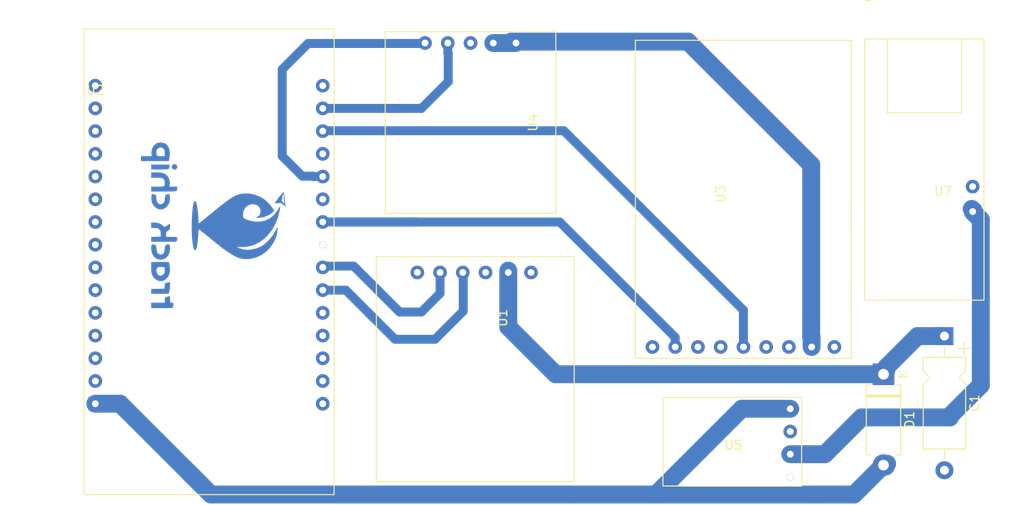
<source format=kicad_pcb>
(kicad_pcb (version 20171130) (host pcbnew "(5.1.4)-1")

  (general
    (thickness 1.6)
    (drawings 0)
    (tracks 74)
    (zones 0)
    (modules 9)
    (nets 12)
  )

  (page A4)
  (layers
    (0 F.Cu signal)
    (31 B.Cu signal)
    (32 B.Adhes user)
    (33 F.Adhes user)
    (34 B.Paste user)
    (35 F.Paste user)
    (36 B.SilkS user)
    (37 F.SilkS user)
    (38 B.Mask user)
    (39 F.Mask user)
    (40 Dwgs.User user)
    (41 Cmts.User user)
    (42 Eco1.User user)
    (43 Eco2.User user)
    (44 Edge.Cuts user)
    (45 Margin user)
    (46 B.CrtYd user)
    (47 F.CrtYd user)
    (48 B.Fab user)
    (49 F.Fab user)
  )

  (setup
    (last_trace_width 2)
    (user_trace_width 1)
    (user_trace_width 2)
    (trace_clearance 0.2)
    (zone_clearance 0.508)
    (zone_45_only no)
    (trace_min 0.2)
    (via_size 0.8)
    (via_drill 0.4)
    (via_min_size 0.4)
    (via_min_drill 0.3)
    (uvia_size 0.3)
    (uvia_drill 0.1)
    (uvias_allowed no)
    (uvia_min_size 0.2)
    (uvia_min_drill 0.1)
    (edge_width 0.05)
    (segment_width 0.2)
    (pcb_text_width 0.3)
    (pcb_text_size 1.5 1.5)
    (mod_edge_width 0.12)
    (mod_text_size 1 1)
    (mod_text_width 0.15)
    (pad_size 0.77 0.77)
    (pad_drill 0.762)
    (pad_to_mask_clearance 0.051)
    (solder_mask_min_width 0.25)
    (aux_axis_origin 0 0)
    (visible_elements FFFFFF7F)
    (pcbplotparams
      (layerselection 0x010fc_ffffffff)
      (usegerberextensions false)
      (usegerberattributes false)
      (usegerberadvancedattributes false)
      (creategerberjobfile false)
      (excludeedgelayer true)
      (linewidth 0.100000)
      (plotframeref false)
      (viasonmask false)
      (mode 1)
      (useauxorigin false)
      (hpglpennumber 1)
      (hpglpenspeed 20)
      (hpglpendiameter 15.000000)
      (psnegative false)
      (psa4output false)
      (plotreference true)
      (plotvalue true)
      (plotinvisibletext false)
      (padsonsilk false)
      (subtractmaskfromsilk false)
      (outputformat 1)
      (mirror false)
      (drillshape 1)
      (scaleselection 1)
      (outputdirectory ""))
  )

  (net 0 "")
  (net 1 GND)
  (net 2 "Net-(C1-Pad1)")
  (net 3 5V)
  (net 4 TX2)
  (net 5 RX2)
  (net 6 SCL)
  (net 7 TX0)
  (net 8 SDA)
  (net 9 EN_GPS)
  (net 10 3.3V)
  (net 11 VBAT)

  (net_class Default "Ceci est la Netclass par défaut."
    (clearance 0.2)
    (trace_width 0.25)
    (via_dia 0.8)
    (via_drill 0.4)
    (uvia_dia 0.3)
    (uvia_drill 0.1)
    (add_net 3.3V)
    (add_net 3V3)
    (add_net 5V)
    (add_net EN_GPS)
    (add_net GND)
    (add_net "Net-(C1-Pad1)")
    (add_net "Net-(U1-Pad1)")
    (add_net "Net-(U1-Pad3)")
    (add_net "Net-(U2-Pad1)")
    (add_net "Net-(U2-Pad10)")
    (add_net "Net-(U2-Pad11)")
    (add_net "Net-(U2-Pad12)")
    (add_net "Net-(U2-Pad13)")
    (add_net "Net-(U2-Pad14)")
    (add_net "Net-(U2-Pad18)")
    (add_net "Net-(U2-Pad19)")
    (add_net "Net-(U2-Pad2)")
    (add_net "Net-(U2-Pad20)")
    (add_net "Net-(U2-Pad23)")
    (add_net "Net-(U2-Pad25)")
    (add_net "Net-(U2-Pad27)")
    (add_net "Net-(U2-Pad3)")
    (add_net "Net-(U2-Pad30)")
    (add_net "Net-(U2-Pad4)")
    (add_net "Net-(U2-Pad5)")
    (add_net "Net-(U2-Pad6)")
    (add_net "Net-(U2-Pad7)")
    (add_net "Net-(U2-Pad8)")
    (add_net "Net-(U2-Pad9)")
    (add_net "Net-(U3-Pad1)")
    (add_net "Net-(U3-Pad3)")
    (add_net "Net-(U3-Pad4)")
    (add_net "Net-(U3-Pad6)")
    (add_net "Net-(U3-Pad9)")
    (add_net "Net-(U5-Pad1)")
    (add_net RX2)
    (add_net SCL)
    (add_net SDA)
    (add_net TX0)
    (add_net TX2)
    (add_net VBAT)
  )

  (module track_chip:logo (layer F.Cu) (tedit 6023E6AC) (tstamp 60245A6A)
    (at 100.1268 91.44 270)
    (fp_text reference G*** (at -3.175 -12.065 90) (layer F.SilkS) hide
      (effects (font (size 1.524 1.524) (thickness 0.3)))
    )
    (fp_text value LOGO (at -3.81 -8.89 90) (layer F.SilkS) hide
      (effects (font (size 1.524 1.524) (thickness 0.3)))
    )
    (fp_poly (pts (xy -2.651507 -3.561371) (xy -2.996287 -3.444732) (xy -3.262266 -3.258806) (xy -3.400053 -3.070652)
      (xy -3.494222 -2.76749) (xy -3.501598 -2.441851) (xy -3.424164 -2.143381) (xy -3.358276 -2.025516)
      (xy -3.111718 -1.779703) (xy -2.790491 -1.612878) (xy -2.43666 -1.543817) (xy -2.289342 -1.548387)
      (xy -1.971842 -1.581517) (xy -1.971842 -0.381) (xy -1.437105 -0.381) (xy -1.437105 -3.048)
      (xy -1.971842 -3.048) (xy -1.971842 -2.608792) (xy -1.977418 -2.35899) (xy -2.009666 -2.209634)
      (xy -2.09187 -2.134211) (xy -2.24731 -2.106208) (xy -2.418175 -2.100514) (xy -2.624406 -2.115481)
      (xy -2.761911 -2.185497) (xy -2.835938 -2.262814) (xy -2.9565 -2.486055) (xy -2.944368 -2.700809)
      (xy -2.810406 -2.892137) (xy -2.670786 -2.993434) (xy -2.498447 -3.039409) (xy -2.309091 -3.048)
      (xy -1.971842 -3.048) (xy -1.437105 -3.048) (xy -1.437105 -3.483496) (xy -1.817347 -3.558488)
      (xy -2.250877 -3.601647) (xy -2.651507 -3.561371)) (layer B.Cu) (width 0.01))
    (fp_poly (pts (xy 14.472387 -3.980443) (xy 14.410763 -3.883073) (xy 14.404474 -3.81) (xy 14.398301 -3.701095)
      (xy 14.357845 -3.64441) (xy 14.250201 -3.622896) (xy 14.042464 -3.619501) (xy 14.036842 -3.6195)
      (xy 13.835473 -3.612879) (xy 13.70194 -3.5958) (xy 13.669211 -3.579243) (xy 13.686815 -3.497936)
      (xy 13.73066 -3.345009) (xy 13.746633 -3.293493) (xy 13.804117 -3.140034) (xy 13.878768 -3.069107)
      (xy 14.018135 -3.048959) (xy 14.114265 -3.048) (xy 14.404474 -3.048) (xy 14.404474 -1.524)
      (xy 15.006053 -1.524) (xy 15.006053 -2.723094) (xy 15.005638 -3.140512) (xy 15.00298 -3.448348)
      (xy 14.995964 -3.664017) (xy 14.982472 -3.804938) (xy 14.960387 -3.888528) (xy 14.927592 -3.932204)
      (xy 14.881971 -3.953382) (xy 14.855658 -3.960477) (xy 14.614622 -4.004223) (xy 14.472387 -3.980443)) (layer B.Cu) (width 0.01))
    (fp_poly (pts (xy 12.21943 -3.612401) (xy 12.120267 -3.587286) (xy 12.119239 -3.58636) (xy 12.112974 -3.509986)
      (xy 12.139835 -3.359665) (xy 12.154492 -3.303586) (xy 12.206551 -3.14965) (xy 12.278265 -3.073733)
      (xy 12.414638 -3.043587) (xy 12.529158 -3.035101) (xy 12.833685 -3.01625) (xy 12.852516 -2.270125)
      (xy 12.871348 -1.524) (xy 13.401842 -1.524) (xy 13.401842 -3.477424) (xy 13.104875 -3.548462)
      (xy 12.892302 -3.585949) (xy 12.646501 -3.610154) (xy 12.408525 -3.619497) (xy 12.21943 -3.612401)) (layer B.Cu) (width 0.01))
    (fp_poly (pts (xy 10.219853 -3.562855) (xy 10.156178 -3.548462) (xy 9.859211 -3.477424) (xy 9.859211 -1.524)
      (xy 10.483698 -1.524) (xy 10.806209 -1.529319) (xy 11.036095 -1.549614) (xy 11.21412 -1.591397)
      (xy 11.381045 -1.661177) (xy 11.399252 -1.670224) (xy 11.686254 -1.877916) (xy 11.883976 -2.152849)
      (xy 11.980175 -2.466485) (xy 11.979403 -2.480728) (xy 11.390053 -2.480728) (xy 11.289768 -2.289093)
      (xy 11.22046 -2.227109) (xy 11.001316 -2.12511) (xy 10.754478 -2.099992) (xy 10.537436 -2.1558)
      (xy 10.503208 -2.176648) (xy 10.435789 -2.252069) (xy 10.4053 -2.378533) (xy 10.404572 -2.590303)
      (xy 10.40688 -2.637023) (xy 10.427369 -3.01625) (xy 10.744269 -3.035581) (xy 10.961233 -3.035516)
      (xy 11.107049 -2.990669) (xy 11.228874 -2.895593) (xy 11.369866 -2.691739) (xy 11.390053 -2.480728)
      (xy 11.979403 -2.480728) (xy 11.962609 -2.790285) (xy 11.927216 -2.900992) (xy 11.739464 -3.206295)
      (xy 11.459406 -3.43078) (xy 11.102488 -3.568799) (xy 10.684155 -3.614706) (xy 10.219853 -3.562855)) (layer B.Cu) (width 0.01))
    (fp_poly (pts (xy 8.092827 -3.606531) (xy 7.940591 -3.563113) (xy 7.881433 -3.474291) (xy 7.895681 -3.326082)
      (xy 7.903543 -3.295612) (xy 7.946444 -3.170329) (xy 8.013492 -3.101022) (xy 8.14329 -3.064577)
      (xy 8.325805 -3.042781) (xy 8.607671 -3.006062) (xy 8.788843 -2.95586) (xy 8.902303 -2.877438)
      (xy 8.981034 -2.756057) (xy 8.984775 -2.748336) (xy 9.030475 -2.570678) (xy 8.987709 -2.407142)
      (xy 8.913097 -2.278341) (xy 8.804162 -2.194773) (xy 8.628687 -2.141523) (xy 8.354461 -2.10368)
      (xy 8.325805 -2.10072) (xy 8.114829 -2.073994) (xy 7.998569 -2.033544) (xy 7.938421 -1.956257)
      (xy 7.903543 -1.847889) (xy 7.879278 -1.688771) (xy 7.925242 -1.591299) (xy 8.061103 -1.541491)
      (xy 8.306534 -1.525363) (xy 8.357811 -1.524973) (xy 8.77424 -1.583982) (xy 8.992271 -1.666875)
      (xy 9.306919 -1.874326) (xy 9.504202 -2.141072) (xy 9.588106 -2.473131) (xy 9.591842 -2.57175)
      (xy 9.531252 -2.917157) (xy 9.360028 -3.207945) (xy 9.093989 -3.430693) (xy 8.748957 -3.571983)
      (xy 8.357811 -3.618528) (xy 8.092827 -3.606531)) (layer B.Cu) (width 0.01))
    (fp_poly (pts (xy 7.092195 -4.384944) (xy 7.062352 -4.248307) (xy 7.052663 -4.013467) (xy 7.051842 -3.81)
      (xy 7.051842 -3.175) (xy 6.761579 -3.175) (xy 6.570553 -3.186127) (xy 6.456691 -3.239401)
      (xy 6.364098 -3.364665) (xy 6.345326 -3.39725) (xy 6.256866 -3.532587) (xy 6.160318 -3.597828)
      (xy 6.004859 -3.618224) (xy 5.897975 -3.6195) (xy 5.707436 -3.616015) (xy 5.624325 -3.595257)
      (xy 5.622397 -3.541777) (xy 5.655284 -3.476625) (xy 5.753415 -3.316788) (xy 5.856444 -3.16749)
      (xy 5.935232 -3.04784) (xy 5.931382 -2.972884) (xy 5.841061 -2.884729) (xy 5.837526 -2.88174)
      (xy 5.645699 -2.645492) (xy 5.511988 -2.326935) (xy 5.451203 -1.963912) (xy 5.4491 -1.889125)
      (xy 5.447632 -1.524) (xy 6.049211 -1.524) (xy 6.049211 -1.905) (xy 6.061304 -2.150019)
      (xy 6.10428 -2.308136) (xy 6.181195 -2.411385) (xy 6.427054 -2.557404) (xy 6.740959 -2.598794)
      (xy 6.826529 -2.592584) (xy 7.018421 -2.57175) (xy 7.057249 -1.524) (xy 7.586579 -1.524)
      (xy 7.586579 -4.321144) (xy 7.415123 -4.383072) (xy 7.257331 -4.434582) (xy 7.153438 -4.441121)
      (xy 7.092195 -4.384944)) (layer B.Cu) (width 0.01))
    (fp_poly (pts (xy 2.463935 -3.592041) (xy 2.304223 -3.559399) (xy 2.263301 -3.536553) (xy 2.257045 -3.46117)
      (xy 2.283421 -3.316172) (xy 2.289452 -3.293089) (xy 2.333712 -3.165115) (xy 2.403225 -3.099464)
      (xy 2.539209 -3.07165) (xy 2.677604 -3.062533) (xy 2.998622 -3.021711) (xy 3.215234 -2.931677)
      (xy 3.350499 -2.781513) (xy 3.374684 -2.732433) (xy 3.415124 -2.545361) (xy 3.371709 -2.398649)
      (xy 3.248306 -2.236187) (xy 3.050989 -2.135696) (xy 2.75541 -2.086033) (xy 2.677604 -2.080968)
      (xy 2.478561 -2.064423) (xy 2.371963 -2.025469) (xy 2.316594 -1.939621) (xy 2.289452 -1.850412)
      (xy 2.260345 -1.698166) (xy 2.265312 -1.606507) (xy 2.268899 -1.60163) (xy 2.372449 -1.567363)
      (xy 2.562358 -1.549953) (xy 2.792506 -1.549244) (xy 3.016772 -1.565083) (xy 3.189037 -1.597315)
      (xy 3.210807 -1.604786) (xy 3.547419 -1.788541) (xy 3.793272 -2.034689) (xy 3.939262 -2.322369)
      (xy 3.976285 -2.63072) (xy 3.89524 -2.938883) (xy 3.837923 -3.04186) (xy 3.623179 -3.306369)
      (xy 3.362123 -3.477278) (xy 3.124593 -3.559808) (xy 2.921542 -3.593526) (xy 2.685515 -3.603844)
      (xy 2.463935 -3.592041)) (layer B.Cu) (width 0.01))
    (fp_poly (pts (xy 1.437106 -3.5545) (xy 1.18364 -3.593004) (xy 0.841813 -3.594331) (xy 0.512547 -3.506998)
      (xy 0.245585 -3.345118) (xy 0.217599 -3.318888) (xy 0.036376 -3.097668) (xy -0.082015 -2.842422)
      (xy -0.14677 -2.523955) (xy -0.167086 -2.113066) (xy -0.167105 -2.09754) (xy -0.167105 -1.524)
      (xy 0.434474 -1.524) (xy 0.434474 -2.147932) (xy 0.43714 -2.439624) (xy 0.449079 -2.633477)
      (xy 0.476203 -2.75861) (xy 0.524424 -2.844142) (xy 0.589177 -2.909932) (xy 0.760165 -3.002062)
      (xy 0.980551 -3.046884) (xy 1.195742 -3.039997) (xy 1.351144 -2.977002) (xy 1.356895 -2.9718)
      (xy 1.398907 -2.862605) (xy 1.425734 -2.632409) (xy 1.436823 -2.28645) (xy 1.437106 -2.2098)
      (xy 1.437106 -1.524) (xy 1.971842 -1.524) (xy 1.971842 -2.917253) (xy 1.969657 -3.324592)
      (xy 1.963539 -3.687511) (xy 1.954146 -3.98737) (xy 1.942135 -4.205532) (xy 1.928163 -4.323358)
      (xy 1.921711 -4.338536) (xy 1.826643 -4.370207) (xy 1.664647 -4.408709) (xy 1.654342 -4.410828)
      (xy 1.437106 -4.455091) (xy 1.437106 -3.5545)) (layer B.Cu) (width 0.01))
    (fp_poly (pts (xy -1.036052 -1.524) (xy -0.501315 -1.524) (xy -0.501315 -2.501457) (xy -0.502361 -2.889164)
      (xy -0.50974 -3.167864) (xy -0.52982 -3.355549) (xy -0.568967 -3.470213) (xy -0.633545 -3.529847)
      (xy -0.729921 -3.552445) (xy -0.864461 -3.556) (xy -1.036052 -3.556) (xy -1.036052 -1.524)) (layer B.Cu) (width 0.01))
    (fp_poly (pts (xy -0.992271 -4.328875) (xy -1.093339 -4.154751) (xy -1.061863 -3.987563) (xy -0.997857 -3.909786)
      (xy -0.827682 -3.818467) (xy -0.656696 -3.848198) (xy -0.52859 -3.96875) (xy -0.457866 -4.093033)
      (xy -0.469305 -4.190754) (xy -0.52859 -4.28625) (xy -0.676612 -4.418604) (xy -0.841907 -4.42854)
      (xy -0.992271 -4.328875)) (layer B.Cu) (width 0.01))
    (fp_poly (pts (xy 3.681317 -15.919032) (xy 3.704087 -15.879205) (xy 3.818631 -15.794632) (xy 4.033517 -15.654844)
      (xy 4.135793 -15.589809) (xy 4.600352 -15.223909) (xy 4.956701 -14.789848) (xy 5.202018 -14.297596)
      (xy 5.333483 -13.757126) (xy 5.348275 -13.17841) (xy 5.243574 -12.571418) (xy 5.106632 -12.157587)
      (xy 5.02012 -11.959131) (xy 4.939042 -11.849176) (xy 4.83118 -11.794365) (xy 4.735396 -11.773208)
      (xy 4.407318 -11.772897) (xy 4.066303 -11.871668) (xy 3.770503 -12.047852) (xy 3.551661 -12.285319)
      (xy 3.424454 -12.556953) (xy 3.381846 -12.841909) (xy 3.416801 -13.119343) (xy 3.522285 -13.368409)
      (xy 3.691261 -13.568264) (xy 3.916694 -13.698063) (xy 4.191548 -13.736962) (xy 4.334297 -13.718238)
      (xy 4.543 -13.655158) (xy 4.69442 -13.575364) (xy 4.757875 -13.497036) (xy 4.75207 -13.470681)
      (xy 4.773428 -13.401245) (xy 4.829475 -13.339651) (xy 4.882093 -13.304972) (xy 4.909048 -13.332037)
      (xy 4.914358 -13.441385) (xy 4.902042 -13.653556) (xy 4.898971 -13.694878) (xy 4.80188 -14.200736)
      (xy 4.597749 -14.673063) (xy 4.332294 -15.042503) (xy 4.13774 -15.257756) (xy 3.840186 -15.079312)
      (xy 3.343893 -14.710185) (xy 2.924132 -14.2541) (xy 2.589585 -13.731481) (xy 2.348937 -13.162752)
      (xy 2.21087 -12.568337) (xy 2.184069 -11.968659) (xy 2.274077 -11.395717) (xy 2.339767 -11.178493)
      (xy 2.422316 -10.965569) (xy 2.53027 -10.744062) (xy 2.672174 -10.501088) (xy 2.856571 -10.223767)
      (xy 3.092008 -9.899213) (xy 3.387028 -9.514544) (xy 3.750177 -9.056878) (xy 4.167681 -8.54075)
      (xy 5.562947 -6.82625) (xy 4.853579 -6.779129) (xy 4.246729 -6.729677) (xy 3.761006 -6.670271)
      (xy 3.398994 -6.601509) (xy 3.163274 -6.523985) (xy 3.056428 -6.438298) (xy 3.064319 -6.366014)
      (xy 3.177606 -6.293198) (xy 3.406545 -6.227659) (xy 3.733265 -6.170486) (xy 4.139893 -6.122771)
      (xy 4.608556 -6.085601) (xy 5.121382 -6.060067) (xy 5.660498 -6.047259) (xy 6.208032 -6.048266)
      (xy 6.746112 -6.064177) (xy 7.256865 -6.096083) (xy 7.35411 -6.104475) (xy 7.809422 -6.157121)
      (xy 8.161048 -6.221513) (xy 8.403649 -6.294878) (xy 8.531885 -6.374437) (xy 8.540417 -6.457417)
      (xy 8.423905 -6.541042) (xy 8.289909 -6.590947) (xy 8.122906 -6.627361) (xy 7.857249 -6.667518)
      (xy 7.527682 -6.706851) (xy 7.168948 -6.740793) (xy 7.120172 -6.744713) (xy 6.788168 -6.771749)
      (xy 6.507717 -6.796389) (xy 6.303825 -6.816299) (xy 6.201497 -6.829147) (xy 6.194544 -6.83109)
      (xy 6.226774 -6.882058) (xy 6.324676 -7.012632) (xy 6.471829 -7.202182) (xy 6.651809 -7.430082)
      (xy 6.848195 -7.675705) (xy 7.044563 -7.918423) (xy 7.224492 -8.137609) (xy 7.371558 -8.312635)
      (xy 7.404028 -8.35025) (xy 7.46069 -8.4198) (xy 7.583372 -8.5731) (xy 7.757868 -8.792311)
      (xy 7.969973 -9.059592) (xy 8.162496 -9.30275) (xy 8.611992 -9.901823) (xy 8.97432 -10.450802)
      (xy 9.244337 -10.940956) (xy 9.4169 -11.363554) (xy 9.453228 -11.4935) (xy 9.531215 -12.097163)
      (xy 9.484909 -12.708734) (xy 9.320534 -13.308629) (xy 9.044312 -13.877266) (xy 8.662464 -14.395063)
      (xy 8.466903 -14.59763) (xy 8.116944 -14.890793) (xy 7.720466 -15.155768) (xy 7.317074 -15.369364)
      (xy 6.946373 -15.508393) (xy 6.884737 -15.524043) (xy 6.667071 -15.567325) (xy 6.431727 -15.60352)
      (xy 6.215063 -15.628507) (xy 6.053439 -15.638168) (xy 5.983213 -15.628384) (xy 5.982616 -15.626247)
      (xy 6.037739 -15.581644) (xy 6.183371 -15.49726) (xy 6.390285 -15.389804) (xy 6.4338 -15.368312)
      (xy 6.796322 -15.151474) (xy 7.177795 -14.857119) (xy 7.543708 -14.517462) (xy 7.85955 -14.164718)
      (xy 8.090807 -13.831102) (xy 8.101867 -13.81125) (xy 8.318772 -13.314435) (xy 8.449456 -12.789869)
      (xy 8.491596 -12.266638) (xy 8.442873 -11.773827) (xy 8.300963 -11.340524) (xy 8.299323 -11.337121)
      (xy 8.151171 -11.030775) (xy 8.177254 -11.521482) (xy 8.149606 -12.20128) (xy 7.998297 -12.850388)
      (xy 7.731204 -13.460771) (xy 7.356207 -14.024397) (xy 6.881184 -14.533233) (xy 6.314012 -14.979246)
      (xy 5.66257 -15.354404) (xy 4.934735 -15.650673) (xy 4.138387 -15.86002) (xy 3.876842 -15.906327)
      (xy 3.741757 -15.924583) (xy 3.681317 -15.919032)) (layer B.Cu) (width 0.01))
    (fp_poly (pts (xy 2.038685 -8.35025) (xy 2.072106 -8.3185) (xy 2.105527 -8.35025) (xy 2.072106 -8.382)
      (xy 2.038685 -8.35025)) (layer Eco2.User) (width 0.01))
    (fp_poly (pts (xy 3.403729 -16.491725) (xy 3.202698 -16.466608) (xy 2.928028 -16.437339) (xy 2.640264 -16.41035)
      (xy 2.385819 -16.383774) (xy 2.178821 -16.35383) (xy 2.059683 -16.326491) (xy 2.052981 -16.323555)
      (xy 2.060018 -16.264927) (xy 2.178277 -16.139664) (xy 2.406189 -15.949299) (xy 2.548538 -15.839443)
      (xy 2.850479 -15.610532) (xy 3.061456 -15.455298) (xy 3.196357 -15.369849) (xy 3.270073 -15.350293)
      (xy 3.29749 -15.392741) (xy 3.293499 -15.493299) (xy 3.272986 -15.648078) (xy 3.27271 -15.650174)
      (xy 3.251127 -15.862112) (xy 3.266464 -16.003876) (xy 3.334134 -16.130637) (xy 3.44569 -16.269428)
      (xy 3.55685 -16.400836) (xy 3.342106 -16.400836) (xy 3.186797 -16.239981) (xy 3.092947 -16.151052)
      (xy 3.005871 -16.112047) (xy 2.881156 -16.116512) (xy 2.674386 -16.157992) (xy 2.653814 -16.16253)
      (xy 2.441136 -16.202783) (xy 2.282505 -16.220454) (xy 2.224255 -16.215469) (xy 2.175213 -16.232014)
      (xy 2.172369 -16.252253) (xy 2.230806 -16.298171) (xy 2.373144 -16.319818) (xy 2.389606 -16.320052)
      (xy 2.584068 -16.327851) (xy 2.837051 -16.3471) (xy 2.974474 -16.36072) (xy 3.342106 -16.400836)
      (xy 3.55685 -16.400836) (xy 3.665879 -16.529724) (xy 3.403729 -16.491725)) (layer B.Cu) (width 0.01))
  )

  (module track_chip:GPS_PA6H (layer F.Cu) (tedit 60211D6D) (tstamp 6023FF4B)
    (at 157.6324 110.7948 90)
    (path /60213494)
    (fp_text reference U3 (at 17.145 7.62 90) (layer F.SilkS)
      (effects (font (size 1 1) (thickness 0.15)))
    )
    (fp_text value GPS_PA6H (at 17.145 3.81 90) (layer F.Fab)
      (effects (font (size 1 1) (thickness 0.15)))
    )
    (fp_line (start -1.27 -0.635) (end -1.27 -1.905) (layer F.SilkS) (width 0.12))
    (fp_line (start 34.29 22.225) (end 34.29 20.955) (layer F.SilkS) (width 0.12))
    (fp_line (start 34.29 -1.905) (end 34.29 -1.27) (layer F.SilkS) (width 0.12))
    (fp_line (start -1.27 -0.635) (end -1.27 22.225) (layer F.SilkS) (width 0.12))
    (fp_line (start 38.735 24.4475) (end 38.735 23.8125) (layer F.SilkS) (width 0.12))
    (fp_line (start -1.27 22.225) (end 34.29 22.225) (layer F.SilkS) (width 0.12))
    (fp_line (start 34.29 -1.27) (end 34.29 20.955) (layer F.SilkS) (width 0.12))
    (fp_line (start -1.27 -1.905) (end 34.29 -1.905) (layer F.SilkS) (width 0.12))
    (pad 9 thru_hole circle (at 0 20.32 90) (size 1.524 1.524) (drill 0.762) (layers *.Cu *.Mask))
    (pad 8 thru_hole circle (at 0 17.78 90) (size 1.524 1.524) (drill 0.762) (layers *.Cu *.Mask)
      (net 10 3.3V))
    (pad 7 thru_hole circle (at 0 15.24 90) (size 1.524 1.524) (drill 0.762) (layers *.Cu *.Mask)
      (net 1 GND))
    (pad 6 thru_hole circle (at 0 12.7 90) (size 1.524 1.524) (drill 0.762) (layers *.Cu *.Mask))
    (pad 5 thru_hole circle (at 0 10.16 90) (size 1.524 1.524) (drill 0.762) (layers *.Cu *.Mask)
      (net 7 TX0))
    (pad 4 thru_hole circle (at 0 7.62 90) (size 1.524 1.524) (drill 0.762) (layers *.Cu *.Mask))
    (pad 3 thru_hole circle (at 0 5.08 90) (size 1.524 1.524) (drill 0.762) (layers *.Cu *.Mask))
    (pad 2 thru_hole circle (at 0 2.54 90) (size 1.524 1.524) (drill 0.762) (layers *.Cu *.Mask)
      (net 9 EN_GPS))
    (pad 1 thru_hole circle (at 0 0 90) (size 1.524 1.524) (drill 0.762) (layers *.Cu *.Mask))
  )

  (module track_chip:charger_mr010 (layer F.Cu) (tedit 60215261) (tstamp 6023FF77)
    (at 193.3956 95.4024 180)
    (path /60216DFB)
    (fp_text reference U7 (at 3.302 2.032) (layer F.SilkS)
      (effects (font (size 1 1) (thickness 0.15)))
    )
    (fp_text value charger_mr010 (at 0 -2.032) (layer F.Fab)
      (effects (font (size 1 1) (thickness 0.15)))
    )
    (fp_line (start 1.27 10.795) (end 1.27 19.05) (layer F.SilkS) (width 0.12))
    (fp_line (start 1.27 10.795) (end 1.905 10.795) (layer F.SilkS) (width 0.12))
    (fp_line (start 9.525 10.795) (end 9.525 19.05) (layer F.SilkS) (width 0.12))
    (fp_line (start 1.905 10.795) (end 9.525 10.795) (layer F.SilkS) (width 0.12))
    (fp_line (start 12.065 19.05) (end 12.065 0) (layer F.SilkS) (width 0.12))
    (fp_line (start -1.27 19.05) (end 12.065 19.05) (layer F.SilkS) (width 0.12))
    (fp_line (start -1.27 0) (end -1.27 19.05) (layer F.SilkS) (width 0.12))
    (fp_line (start 12.065 -10.16) (end 12.065 0) (layer F.SilkS) (width 0.12))
    (fp_line (start -1.27 -10.16) (end 12.065 -10.16) (layer F.SilkS) (width 0.12))
    (fp_line (start -1.27 0) (end -1.27 -10.16) (layer F.SilkS) (width 0.12))
    (pad 2 thru_hole circle (at 0 2.54 180) (size 1.524 1.524) (drill 0.762) (layers *.Cu *.Mask)
      (net 1 GND))
    (pad 1 thru_hole circle (at 0 -0.254 180) (size 1.524 1.524) (drill 0.762) (layers *.Cu *.Mask)
      (net 11 VBAT))
  )

  (module track_chip:polulu (layer F.Cu) (tedit 6023FE7B) (tstamp 6023FF67)
    (at 173.0248 125.3236 180)
    (path /6021A9B1)
    (fp_text reference U5 (at 6.35 3.556) (layer F.SilkS)
      (effects (font (size 1 1) (thickness 0.15)))
    )
    (fp_text value polulu (at 6.35 -2.286) (layer F.Fab)
      (effects (font (size 1 1) (thickness 0.15)))
    )
    (fp_line (start -1.27 -1.016) (end -1.016 -1.016) (layer F.SilkS) (width 0.12))
    (fp_line (start -1.27 8.89) (end -1.27 -1.016) (layer F.SilkS) (width 0.12))
    (fp_line (start 14.224 8.89) (end -1.27 8.89) (layer F.SilkS) (width 0.12))
    (fp_line (start 14.224 -1.016) (end 14.224 8.89) (layer F.SilkS) (width 0.12))
    (fp_line (start -1.016 -1.016) (end 14.224 -1.016) (layer F.SilkS) (width 0.12))
    (pad 4 thru_hole circle (at 0 7.62 180) (size 1.524 1.524) (drill 0.762) (layers *.Cu *.Mask)
      (net 3 5V))
    (pad 3 thru_hole circle (at 0 5.08 180) (size 1.524 1.524) (drill 0.762) (layers *.Cu *.Mask)
      (net 1 GND))
    (pad 2 thru_hole circle (at 0 2.54 180) (size 1.524 1.524) (drill 0.762) (layers *.Cu *.Mask)
      (net 11 VBAT))
    (pad 1 thru_hole circle (at 0 0 180) (size 0.77 0.77) (drill 0.762) (layers *.Cu *.Mask))
  )

  (module track_chip:bmp180 (layer F.Cu) (tedit 60210CF6) (tstamp 6023FF5A)
    (at 142.3924 76.8096 270)
    (path /6021BEE0)
    (fp_text reference U4 (at 8.89 -1.905 90) (layer F.SilkS)
      (effects (font (size 1 1) (thickness 0.15)))
    )
    (fp_text value bmp180-track_chip (at 6.096 4.8768) (layer F.Fab)
      (effects (font (size 1 1) (thickness 0.15)))
    )
    (fp_line (start -1.27 -4.445) (end -1.27 10.16) (layer F.SilkS) (width 0.12))
    (fp_line (start 19.05 -4.445) (end -1.27 -4.445) (layer F.SilkS) (width 0.12))
    (fp_line (start 19.05 0) (end 19.05 -4.445) (layer F.SilkS) (width 0.12))
    (fp_line (start 19.05 14.605) (end 19.05 0) (layer F.SilkS) (width 0.12))
    (fp_line (start -1.27 14.605) (end 19.05 14.605) (layer F.SilkS) (width 0.12))
    (fp_line (start -1.27 10.16) (end -1.27 14.605) (layer F.SilkS) (width 0.12))
    (pad 5 thru_hole circle (at 0 10.16 270) (size 1.524 1.524) (drill 0.762) (layers *.Cu *.Mask)
      (net 8 SDA))
    (pad 4 thru_hole circle (at 0 7.62 270) (size 1.524 1.524) (drill 0.762) (layers *.Cu *.Mask)
      (net 6 SCL))
    (pad 3 thru_hole circle (at 0 5.08 270) (size 1.524 1.524) (drill 0.762) (layers *.Cu *.Mask)
      (net 1 GND))
    (pad 2 thru_hole circle (at 0 2.54 270) (size 1.524 1.524) (drill 0.762) (layers *.Cu *.Mask)
      (net 10 3.3V))
    (pad 1 thru_hole rect (at 0 0 270) (size 1.524 1.524) (drill 0.762) (layers *.Cu *.Mask)
      (net 10 3.3V))
  )

  (module track_chip:esp32 (layer F.Cu) (tedit 60240198) (tstamp 6023FF36)
    (at 95.4054 81.5788)
    (path /6021AB3C)
    (fp_text reference U2 (at 0 0.5) (layer F.SilkS)
      (effects (font (size 1 1) (thickness 0.15)))
    )
    (fp_text value esp32_NodeMCU-track_chip (at 0 -0.5) (layer F.Fab)
      (effects (font (size 1 1) (thickness 0.15)))
    )
    (fp_line (start -1.27 45.72) (end -1.27 35.56) (layer F.SilkS) (width 0.12))
    (fp_line (start 26.67 45.72) (end -1.27 45.72) (layer F.SilkS) (width 0.12))
    (fp_line (start 26.67 35.56) (end 26.67 45.72) (layer F.SilkS) (width 0.12))
    (fp_line (start 26.67 -6.35) (end 26.67 35.56) (layer F.SilkS) (width 0.12))
    (fp_line (start -1.27 -6.35) (end -1.27 35.56) (layer F.SilkS) (width 0.12))
    (fp_line (start -1.27 -6.35) (end 26.67 -6.35) (layer F.SilkS) (width 0.12))
    (pad 30 thru_hole circle (at 25.4 0) (size 1.524 1.524) (drill 0.762) (layers *.Cu *.Mask))
    (pad 29 thru_hole circle (at 25.4 2.54) (size 1.524 1.524) (drill 0.762) (layers *.Cu *.Mask)
      (net 6 SCL))
    (pad 14 thru_hole circle (at 0 33.02) (size 1.524 1.524) (drill 0.762) (layers *.Cu *.Mask))
    (pad 28 thru_hole circle (at 25.4 5.08) (size 1.524 1.524) (drill 0.762) (layers *.Cu *.Mask)
      (net 7 TX0))
    (pad 27 thru_hole circle (at 25.4 7.62) (size 1.524 1.524) (drill 0.762) (layers *.Cu *.Mask))
    (pad 26 thru_hole circle (at 25.4 10.16) (size 1.524 1.524) (drill 0.762) (layers *.Cu *.Mask)
      (net 8 SDA))
    (pad 25 thru_hole circle (at 25.4 12.7) (size 1.524 1.524) (drill 0.762) (layers *.Cu *.Mask))
    (pad 24 thru_hole circle (at 25.4 15.24) (size 1.524 1.524) (drill 0.762) (layers *.Cu *.Mask)
      (net 9 EN_GPS))
    (pad 23 thru_hole circle (at 25.4 17.78) (size 0.77 0.77) (drill 0.762) (layers *.Cu *.Mask))
    (pad 22 thru_hole circle (at 25.4 20.32) (size 1.524 1.524) (drill 0.762) (layers *.Cu *.Mask)
      (net 4 TX2))
    (pad 21 thru_hole circle (at 25.4 22.86) (size 1.524 1.524) (drill 0.762) (layers *.Cu *.Mask)
      (net 5 RX2))
    (pad 20 thru_hole circle (at 25.4 25.4) (size 1.524 1.524) (drill 0.762) (layers *.Cu *.Mask))
    (pad 19 thru_hole circle (at 25.4 27.94) (size 1.524 1.524) (drill 0.762) (layers *.Cu *.Mask))
    (pad 18 thru_hole circle (at 25.4 30.48) (size 1.524 1.524) (drill 0.762) (layers *.Cu *.Mask))
    (pad 17 thru_hole circle (at 25.4 33.02) (size 1.524 1.524) (drill 0.762) (layers *.Cu *.Mask)
      (net 1 GND))
    (pad 16 thru_hole circle (at 25.4 35.56) (size 1.524 1.524) (drill 0.762) (layers *.Cu *.Mask))
    (pad 15 thru_hole rect (at 0 35.56) (size 1.524 1.524) (drill 0.762) (layers *.Cu *.Mask)
      (net 3 5V))
    (pad 13 thru_hole circle (at 0 30.48) (size 1.524 1.524) (drill 0.762) (layers *.Cu *.Mask))
    (pad 12 thru_hole circle (at 0 27.94) (size 1.524 1.524) (drill 0.762) (layers *.Cu *.Mask))
    (pad 11 thru_hole circle (at 0 25.4) (size 1.524 1.524) (drill 0.762) (layers *.Cu *.Mask))
    (pad 10 thru_hole circle (at 0 22.86) (size 1.524 1.524) (drill 0.762) (layers *.Cu *.Mask))
    (pad 9 thru_hole circle (at 0 20.32) (size 1.524 1.524) (drill 0.762) (layers *.Cu *.Mask))
    (pad 8 thru_hole circle (at 0 17.78) (size 1.524 1.524) (drill 0.762) (layers *.Cu *.Mask))
    (pad 7 thru_hole circle (at 0 15.24) (size 1.524 1.524) (drill 0.762) (layers *.Cu *.Mask))
    (pad 6 thru_hole circle (at 0 12.7) (size 1.524 1.524) (drill 0.762) (layers *.Cu *.Mask))
    (pad 5 thru_hole circle (at 0 10.16) (size 1.524 1.524) (drill 0.762) (layers *.Cu *.Mask))
    (pad 4 thru_hole circle (at 0 7.62) (size 1.524 1.524) (drill 0.762) (layers *.Cu *.Mask))
    (pad 3 thru_hole circle (at 0 5.08) (size 1.524 1.524) (drill 0.762) (layers *.Cu *.Mask))
    (pad 2 thru_hole circle (at 0 2.54) (size 1.524 1.524) (drill 0.762) (layers *.Cu *.Mask))
    (pad 1 thru_hole circle (at 0 0) (size 1.524 1.524) (drill 0.762) (layers *.Cu *.Mask))
  )

  (module track_chip:SIM800L (layer F.Cu) (tedit 60213244) (tstamp 6023FF0E)
    (at 144.0688 102.4636 270)
    (path /60218FF3)
    (fp_text reference U1 (at 5.08 3.175 90) (layer F.SilkS)
      (effects (font (size 1 1) (thickness 0.15)))
    )
    (fp_text value SIM800L (at 5.08 -1.905 90) (layer F.Fab)
      (effects (font (size 1 1) (thickness 0.15)))
    )
    (fp_line (start 23.368 17.272) (end -1.778 17.272) (layer F.SilkS) (width 0.12))
    (fp_line (start 23.368 -4.826) (end 23.368 17.272) (layer F.SilkS) (width 0.12))
    (fp_line (start -1.778 -4.826) (end 23.368 -4.826) (layer F.SilkS) (width 0.12))
    (fp_line (start -1.778 17.272) (end -1.778 -4.826) (layer F.SilkS) (width 0.12))
    (pad 6 thru_hole circle (at 0 12.7 270) (size 1.524 1.524) (drill 0.762) (layers *.Cu *.Mask)
      (net 1 GND))
    (pad 5 thru_hole circle (at 0 10.16 270) (size 1.524 1.524) (drill 0.762) (layers *.Cu *.Mask)
      (net 4 TX2))
    (pad 4 thru_hole circle (at 0 7.62 270) (size 1.524 1.524) (drill 0.762) (layers *.Cu *.Mask)
      (net 5 RX2))
    (pad 3 thru_hole circle (at 0 5.08 270) (size 1.524 1.524) (drill 0.762) (layers *.Cu *.Mask))
    (pad 2 thru_hole circle (at 0 2.54 270) (size 1.524 1.524) (drill 0.762) (layers *.Cu *.Mask)
      (net 2 "Net-(C1-Pad1)"))
    (pad 1 thru_hole circle (at 0 0 270) (size 1.524 1.524) (drill 0.762) (layers *.Cu *.Mask))
  )

  (module Diode_THT:D_DO-15_P10.16mm_Horizontal (layer F.Cu) (tedit 5AE50CD5) (tstamp 6023FF00)
    (at 183.4388 113.8428 270)
    (descr "Diode, DO-15 series, Axial, Horizontal, pin pitch=10.16mm, , length*diameter=7.6*3.6mm^2, , http://www.diodes.com/_files/packages/DO-15.pdf")
    (tags "Diode DO-15 series Axial Horizontal pin pitch 10.16mm  length 7.6mm diameter 3.6mm")
    (path /6021D78B)
    (fp_text reference D1 (at 5.08 -2.92 90) (layer F.SilkS)
      (effects (font (size 1 1) (thickness 0.15)))
    )
    (fp_text value 0.8V (at 5.08 2.92 90) (layer F.Fab)
      (effects (font (size 1 1) (thickness 0.15)))
    )
    (fp_text user K (at 0 -2.2 90) (layer F.SilkS)
      (effects (font (size 1 1) (thickness 0.15)))
    )
    (fp_text user K (at 0 -2.2 90) (layer F.Fab)
      (effects (font (size 1 1) (thickness 0.15)))
    )
    (fp_text user %R (at 5.65 0 90) (layer F.Fab)
      (effects (font (size 1 1) (thickness 0.15)))
    )
    (fp_line (start 11.61 -2.05) (end -1.45 -2.05) (layer F.CrtYd) (width 0.05))
    (fp_line (start 11.61 2.05) (end 11.61 -2.05) (layer F.CrtYd) (width 0.05))
    (fp_line (start -1.45 2.05) (end 11.61 2.05) (layer F.CrtYd) (width 0.05))
    (fp_line (start -1.45 -2.05) (end -1.45 2.05) (layer F.CrtYd) (width 0.05))
    (fp_line (start 2.3 -1.92) (end 2.3 1.92) (layer F.SilkS) (width 0.12))
    (fp_line (start 2.54 -1.92) (end 2.54 1.92) (layer F.SilkS) (width 0.12))
    (fp_line (start 2.42 -1.92) (end 2.42 1.92) (layer F.SilkS) (width 0.12))
    (fp_line (start 9 1.92) (end 9 1.44) (layer F.SilkS) (width 0.12))
    (fp_line (start 1.16 1.92) (end 9 1.92) (layer F.SilkS) (width 0.12))
    (fp_line (start 1.16 1.44) (end 1.16 1.92) (layer F.SilkS) (width 0.12))
    (fp_line (start 9 -1.92) (end 9 -1.44) (layer F.SilkS) (width 0.12))
    (fp_line (start 1.16 -1.92) (end 9 -1.92) (layer F.SilkS) (width 0.12))
    (fp_line (start 1.16 -1.44) (end 1.16 -1.92) (layer F.SilkS) (width 0.12))
    (fp_line (start 2.32 -1.8) (end 2.32 1.8) (layer F.Fab) (width 0.1))
    (fp_line (start 2.52 -1.8) (end 2.52 1.8) (layer F.Fab) (width 0.1))
    (fp_line (start 2.42 -1.8) (end 2.42 1.8) (layer F.Fab) (width 0.1))
    (fp_line (start 10.16 0) (end 8.88 0) (layer F.Fab) (width 0.1))
    (fp_line (start 0 0) (end 1.28 0) (layer F.Fab) (width 0.1))
    (fp_line (start 8.88 -1.8) (end 1.28 -1.8) (layer F.Fab) (width 0.1))
    (fp_line (start 8.88 1.8) (end 8.88 -1.8) (layer F.Fab) (width 0.1))
    (fp_line (start 1.28 1.8) (end 8.88 1.8) (layer F.Fab) (width 0.1))
    (fp_line (start 1.28 -1.8) (end 1.28 1.8) (layer F.Fab) (width 0.1))
    (pad 2 thru_hole oval (at 10.16 0 270) (size 2.4 2.4) (drill 1.2) (layers *.Cu *.Mask)
      (net 3 5V))
    (pad 1 thru_hole rect (at 0 0 270) (size 2.4 2.4) (drill 1.2) (layers *.Cu *.Mask)
      (net 2 "Net-(C1-Pad1)"))
    (model ${KISYS3DMOD}/Diode_THT.3dshapes/D_DO-15_P10.16mm_Horizontal.wrl
      (at (xyz 0 0 0))
      (scale (xyz 1 1 1))
      (rotate (xyz 0 0 0))
    )
  )

  (module Capacitor_THT:CP_Axial_L10.0mm_D4.5mm_P15.00mm_Horizontal (layer F.Cu) (tedit 5AE50EF2) (tstamp 6023FEE1)
    (at 190.246 109.5756 270)
    (descr "CP, Axial series, Axial, Horizontal, pin pitch=15mm, , length*diameter=10*4.5mm^2, Electrolytic Capacitor, , http://www.vishay.com/docs/28325/021asm.pdf")
    (tags "CP Axial series Axial Horizontal pin pitch 15mm  length 10mm diameter 4.5mm Electrolytic Capacitor")
    (path /6021E3B7)
    (fp_text reference C1 (at 7.5 -3.37 90) (layer F.SilkS)
      (effects (font (size 1 1) (thickness 0.15)))
    )
    (fp_text value 100u (at 7.5 3.37 90) (layer F.Fab)
      (effects (font (size 1 1) (thickness 0.15)))
    )
    (fp_text user %R (at 3.4036 1.4732 90) (layer F.Fab)
      (effects (font (size 1 1) (thickness 0.15)))
    )
    (fp_line (start 16.25 -2.5) (end -1.25 -2.5) (layer F.CrtYd) (width 0.05))
    (fp_line (start 16.25 2.5) (end 16.25 -2.5) (layer F.CrtYd) (width 0.05))
    (fp_line (start -1.25 2.5) (end 16.25 2.5) (layer F.CrtYd) (width 0.05))
    (fp_line (start -1.25 -2.5) (end -1.25 2.5) (layer F.CrtYd) (width 0.05))
    (fp_line (start 13.76 0) (end 12.62 0) (layer F.SilkS) (width 0.12))
    (fp_line (start 1.24 0) (end 2.38 0) (layer F.SilkS) (width 0.12))
    (fp_line (start 5.38 2.37) (end 12.62 2.37) (layer F.SilkS) (width 0.12))
    (fp_line (start 4.63 1.62) (end 5.38 2.37) (layer F.SilkS) (width 0.12))
    (fp_line (start 3.88 2.37) (end 4.63 1.62) (layer F.SilkS) (width 0.12))
    (fp_line (start 2.38 2.37) (end 3.88 2.37) (layer F.SilkS) (width 0.12))
    (fp_line (start 5.38 -2.37) (end 12.62 -2.37) (layer F.SilkS) (width 0.12))
    (fp_line (start 4.63 -1.62) (end 5.38 -2.37) (layer F.SilkS) (width 0.12))
    (fp_line (start 3.88 -2.37) (end 4.63 -1.62) (layer F.SilkS) (width 0.12))
    (fp_line (start 2.38 -2.37) (end 3.88 -2.37) (layer F.SilkS) (width 0.12))
    (fp_line (start 12.62 -2.37) (end 12.62 2.37) (layer F.SilkS) (width 0.12))
    (fp_line (start 2.38 -2.37) (end 2.38 2.37) (layer F.SilkS) (width 0.12))
    (fp_line (start 1.38 -2.95) (end 1.38 -1.45) (layer F.SilkS) (width 0.12))
    (fp_line (start 0.63 -2.2) (end 2.13 -2.2) (layer F.SilkS) (width 0.12))
    (fp_line (start 4.65 -0.75) (end 4.65 0.75) (layer F.Fab) (width 0.1))
    (fp_line (start 3.9 0) (end 5.4 0) (layer F.Fab) (width 0.1))
    (fp_line (start 15 0) (end 12.5 0) (layer F.Fab) (width 0.1))
    (fp_line (start 0 0) (end 2.5 0) (layer F.Fab) (width 0.1))
    (fp_line (start 5.38 2.25) (end 12.5 2.25) (layer F.Fab) (width 0.1))
    (fp_line (start 4.63 1.5) (end 5.38 2.25) (layer F.Fab) (width 0.1))
    (fp_line (start 3.88 2.25) (end 4.63 1.5) (layer F.Fab) (width 0.1))
    (fp_line (start 2.5 2.25) (end 3.88 2.25) (layer F.Fab) (width 0.1))
    (fp_line (start 5.38 -2.25) (end 12.5 -2.25) (layer F.Fab) (width 0.1))
    (fp_line (start 4.63 -1.5) (end 5.38 -2.25) (layer F.Fab) (width 0.1))
    (fp_line (start 3.88 -2.25) (end 4.63 -1.5) (layer F.Fab) (width 0.1))
    (fp_line (start 2.5 -2.25) (end 3.88 -2.25) (layer F.Fab) (width 0.1))
    (fp_line (start 12.5 -2.25) (end 12.5 2.25) (layer F.Fab) (width 0.1))
    (fp_line (start 2.5 -2.25) (end 2.5 2.25) (layer F.Fab) (width 0.1))
    (pad 2 thru_hole oval (at 15 0 270) (size 2 2) (drill 1) (layers *.Cu *.Mask)
      (net 1 GND))
    (pad 1 thru_hole rect (at 0 0 270) (size 2 2) (drill 1) (layers *.Cu *.Mask)
      (net 2 "Net-(C1-Pad1)"))
    (model ${KISYS3DMOD}/Capacitor_THT.3dshapes/CP_Axial_L10.0mm_D4.5mm_P15.00mm_Horizontal.wrl
      (at (xyz 0 0 0))
      (scale (xyz 1 1 1))
      (rotate (xyz 0 0 0))
    )
  )

  (segment (start 183.4388 113.8428) (end 146.812 113.8428) (width 2) (layer B.Cu) (net 2))
  (segment (start 146.812 113.8428) (end 141.5288 108.5596) (width 2) (layer B.Cu) (net 2))
  (segment (start 141.5288 108.5596) (end 141.5288 102.2604) (width 2) (layer B.Cu) (net 2))
  (segment (start 187.246 109.5756) (end 183.7436 113.078) (width 2) (layer B.Cu) (net 2))
  (segment (start 190.246 109.5756) (end 187.246 109.5756) (width 2) (layer B.Cu) (net 2))
  (segment (start 183.7436 113.078) (end 183.7436 113.4364) (width 2) (layer B.Cu) (net 2))
  (segment (start 95.4054 117.1388) (end 98.1674 117.1388) (width 2) (layer B.Cu) (net 3))
  (segment (start 183.6928 124.1552) (end 183.6928 124.0028) (width 2) (layer B.Cu) (net 3))
  (segment (start 108.314201 127.285601) (end 105.7287 124.7001) (width 2) (layer B.Cu) (net 3))
  (segment (start 98.1674 117.1388) (end 105.7287 124.7001) (width 2) (layer B.Cu) (net 3))
  (segment (start 105.7287 124.7001) (end 107.2158 126.1872) (width 2) (layer B.Cu) (net 3))
  (segment (start 148.520001 127.285601) (end 108.314201 127.285601) (width 2) (layer B.Cu) (net 3))
  (segment (start 175.888799 127.285601) (end 180.155999 127.285601) (width 2) (layer B.Cu) (net 3))
  (segment (start 180.155999 127.285601) (end 183.5912 123.8504) (width 2) (layer B.Cu) (net 3))
  (segment (start 183.5912 123.8504) (end 183.8452 123.8504) (width 2) (layer B.Cu) (net 3))
  (segment (start 167.601602 117.7036) (end 158.019601 127.285601) (width 2) (layer B.Cu) (net 3))
  (segment (start 173.0248 117.7036) (end 167.601602 117.7036) (width 2) (layer B.Cu) (net 3))
  (segment (start 175.888799 127.285601) (end 158.019601 127.285601) (width 2) (layer B.Cu) (net 3))
  (segment (start 158.019601 127.285601) (end 148.520001 127.285601) (width 2) (layer B.Cu) (net 3))
  (segment (start 124.2568 101.7524) (end 120.7516 101.7524) (width 1) (layer B.Cu) (net 4))
  (segment (start 133.9088 102.4636) (end 133.9088 104.8004) (width 1) (layer B.Cu) (net 4))
  (segment (start 133.9088 104.8004) (end 131.826 106.8832) (width 1) (layer B.Cu) (net 4))
  (segment (start 129.3876 106.8832) (end 126.8984 104.394) (width 1) (layer B.Cu) (net 4))
  (segment (start 131.826 106.8832) (end 129.3876 106.8832) (width 1) (layer B.Cu) (net 4))
  (segment (start 127.6096 105.1052) (end 126.8984 104.394) (width 1) (layer B.Cu) (net 4))
  (segment (start 126.8984 104.394) (end 124.2568 101.7524) (width 1) (layer B.Cu) (net 4))
  (segment (start 120.8054 104.4388) (end 123.3872 104.4388) (width 1) (layer B.Cu) (net 5))
  (segment (start 128.8796 109.9312) (end 125.9332 106.9848) (width 1) (layer B.Cu) (net 5))
  (segment (start 125.9332 106.9848) (end 126.5428 107.5944) (width 1) (layer B.Cu) (net 5))
  (segment (start 123.3872 104.4388) (end 125.9332 106.9848) (width 1) (layer B.Cu) (net 5))
  (segment (start 136.398 102.362) (end 136.4996 102.4636) (width 1) (layer B.Cu) (net 5))
  (segment (start 136.4996 102.4636) (end 136.4996 106.7816) (width 1) (layer B.Cu) (net 5))
  (segment (start 136.4996 106.7816) (end 133.35 109.9312) (width 1) (layer B.Cu) (net 5))
  (segment (start 133.35 109.9312) (end 128.8796 109.9312) (width 1) (layer B.Cu) (net 5))
  (segment (start 128.5808 84.1188) (end 129.6984 84.1188) (width 1) (layer B.Cu) (net 6))
  (segment (start 134.7724 77.88723) (end 134.8232 77.93803) (width 1) (layer B.Cu) (net 6))
  (segment (start 134.7724 76.8096) (end 134.7724 77.88723) (width 1) (layer B.Cu) (net 6))
  (segment (start 134.8232 77.93803) (end 134.8232 81.1276) (width 1) (layer B.Cu) (net 6))
  (segment (start 131.832 84.1188) (end 127.6664 84.1188) (width 1) (layer B.Cu) (net 6))
  (segment (start 134.8232 81.1276) (end 131.832 84.1188) (width 1) (layer B.Cu) (net 6))
  (segment (start 120.8054 84.1188) (end 127.6664 84.1188) (width 1) (layer B.Cu) (net 6))
  (segment (start 127.6664 84.1188) (end 128.5808 84.1188) (width 1) (layer B.Cu) (net 6))
  (segment (start 167.7924 110.7948) (end 167.7924 106.68) (width 1) (layer B.Cu) (net 7))
  (segment (start 167.7924 106.68) (end 147.7264 86.614) (width 1) (layer B.Cu) (net 7))
  (segment (start 147.7264 86.614) (end 121.0564 86.614) (width 1) (layer B.Cu) (net 7))
  (segment (start 119.72777 91.7388) (end 119.68297 91.694) (width 1) (layer B.Cu) (net 8))
  (segment (start 120.8054 91.7388) (end 119.72777 91.7388) (width 1) (layer B.Cu) (net 8))
  (segment (start 119.68297 91.694) (end 118.5164 91.694) (width 1) (layer B.Cu) (net 8))
  (segment (start 118.5164 91.694) (end 116.2812 89.4588) (width 1) (layer B.Cu) (net 8))
  (segment (start 116.2812 89.4588) (end 116.2812 79.756) (width 1) (layer B.Cu) (net 8))
  (segment (start 116.2812 79.756) (end 119.1768 76.8604) (width 1) (layer B.Cu) (net 8))
  (segment (start 119.1768 76.8604) (end 132.1308 76.8604) (width 1) (layer B.Cu) (net 8))
  (segment (start 160.1724 109.71717) (end 147.28003 96.8248) (width 1) (layer B.Cu) (net 9))
  (segment (start 160.1724 110.7948) (end 160.1724 109.71717) (width 1) (layer B.Cu) (net 9))
  (segment (start 131.2104 96.8188) (end 131.2164 96.8248) (width 1) (layer B.Cu) (net 9))
  (segment (start 120.8054 96.8188) (end 131.2104 96.8188) (width 1) (layer B.Cu) (net 9))
  (segment (start 147.28003 96.8248) (end 131.2164 96.8248) (width 1) (layer B.Cu) (net 9))
  (segment (start 131.2164 96.8248) (end 122.2756 96.8248) (width 1) (layer B.Cu) (net 9))
  (segment (start 139.8524 76.8096) (end 142.3416 76.8096) (width 2) (layer B.Cu) (net 10))
  (segment (start 175.4124 109.71717) (end 175.3616 109.66637) (width 2) (layer B.Cu) (net 10))
  (segment (start 175.4124 110.7948) (end 175.4124 109.71717) (width 2) (layer B.Cu) (net 10))
  (segment (start 175.3616 109.66637) (end 175.3616 90.424) (width 2) (layer B.Cu) (net 10))
  (segment (start 175.3616 90.424) (end 161.5948 76.6572) (width 2) (layer B.Cu) (net 10))
  (segment (start 161.5948 76.6572) (end 141.8336 76.6572) (width 2) (layer B.Cu) (net 10))
  (segment (start 193.3956 95.6564) (end 194.157599 96.418399) (width 2) (layer B.Cu) (net 11))
  (segment (start 173.0248 122.7836) (end 176.8856 122.7836) (width 2) (layer B.Cu) (net 11))
  (segment (start 176.8856 122.7836) (end 181.0004 118.6688) (width 2) (layer B.Cu) (net 11))
  (segment (start 181.0004 118.6688) (end 190.8556 118.6688) (width 2) (layer B.Cu) (net 11))
  (segment (start 190.8556 118.6688) (end 190.8556 118.5164) (width 2) (layer B.Cu) (net 11))
  (segment (start 190.8556 118.5164) (end 194.31 115.062) (width 2) (layer B.Cu) (net 11))
  (segment (start 194.31 96.5708) (end 193.4972 95.758) (width 2) (layer B.Cu) (net 11))
  (segment (start 194.31 115.062) (end 194.31 96.5708) (width 2) (layer B.Cu) (net 11))
  (segment (start 193.4972 95.758) (end 193.4972 95.5548) (width 2) (layer B.Cu) (net 11))
  (segment (start 193.4972 95.5548) (end 193.294 95.3516) (width 2) (layer B.Cu) (net 11))

)

</source>
